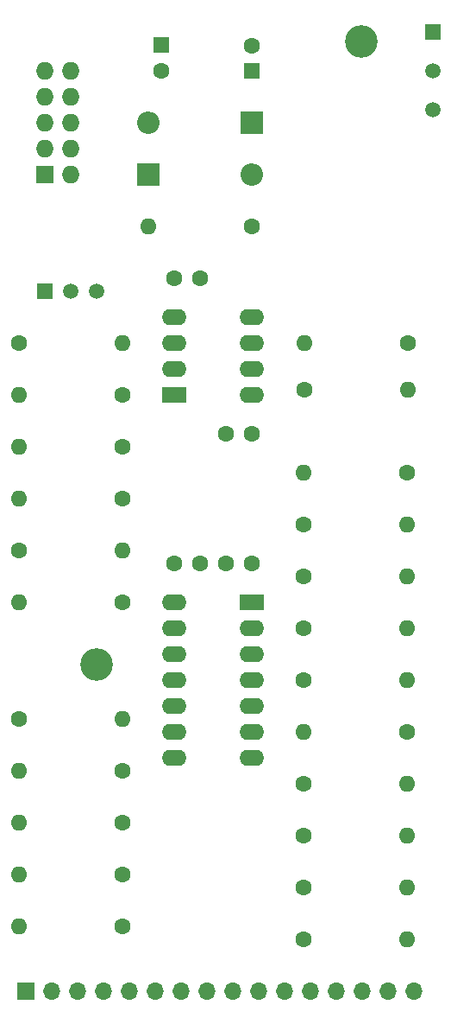
<source format=gbs>
G04 #@! TF.GenerationSoftware,KiCad,Pcbnew,6.0.1-79c1e3a40b~116~ubuntu20.04.1*
G04 #@! TF.CreationDate,2022-01-29T19:42:55-05:00*
G04 #@! TF.ProjectId,attenuverters_back,61747465-6e75-4766-9572-746572735f62,rev?*
G04 #@! TF.SameCoordinates,Original*
G04 #@! TF.FileFunction,Soldermask,Bot*
G04 #@! TF.FilePolarity,Negative*
%FSLAX46Y46*%
G04 Gerber Fmt 4.6, Leading zero omitted, Abs format (unit mm)*
G04 Created by KiCad (PCBNEW 6.0.1-79c1e3a40b~116~ubuntu20.04.1) date 2022-01-29 19:42:55*
%MOMM*%
%LPD*%
G01*
G04 APERTURE LIST*
%ADD10C,3.200000*%
%ADD11R,1.700000X1.700000*%
%ADD12O,1.700000X1.700000*%
%ADD13C,1.600000*%
%ADD14O,1.600000X1.600000*%
%ADD15R,1.600000X1.600000*%
%ADD16C,1.500000*%
%ADD17R,1.727200X1.727200*%
%ADD18O,1.727200X1.727200*%
%ADD19R,2.200000X2.200000*%
%ADD20O,2.200000X2.200000*%
%ADD21R,2.400000X1.600000*%
%ADD22O,2.400000X1.600000*%
%ADD23R,1.500000X1.500000*%
G04 APERTURE END LIST*
D10*
G04 #@! TO.C,H1*
X138499999Y-113999999D03*
G04 #@! TD*
D11*
G04 #@! TO.C,J1*
X131499999Y-145999999D03*
D12*
X134039999Y-145999999D03*
X136579999Y-145999999D03*
X139119999Y-145999999D03*
X141659999Y-145999999D03*
X144199999Y-145999999D03*
X146739999Y-145999999D03*
X149279999Y-145999999D03*
X151819999Y-145999999D03*
X154359999Y-145999999D03*
X156899999Y-145999999D03*
X159439999Y-145999999D03*
X161979999Y-145999999D03*
X164519999Y-145999999D03*
X167059999Y-145999999D03*
X169599999Y-145999999D03*
G04 #@! TD*
D10*
G04 #@! TO.C,H4*
X164499999Y-52999999D03*
G04 #@! TD*
D13*
G04 #@! TO.C,R20*
X140999999Y-97769999D03*
D14*
X130839999Y-97769999D03*
G04 #@! TD*
D13*
G04 #@! TO.C,R4*
X140999999Y-139679999D03*
D14*
X130839999Y-139679999D03*
G04 #@! TD*
D13*
G04 #@! TO.C,R11*
X158779999Y-110469999D03*
D14*
X168939999Y-110469999D03*
G04 #@! TD*
D13*
G04 #@! TO.C,R1*
X158779999Y-135869999D03*
D14*
X168939999Y-135869999D03*
G04 #@! TD*
D13*
G04 #@! TO.C,R10*
X158779999Y-105389999D03*
D14*
X168939999Y-105389999D03*
G04 #@! TD*
D13*
G04 #@! TO.C,R19*
X158779999Y-100309999D03*
D14*
X168939999Y-100309999D03*
G04 #@! TD*
D13*
G04 #@! TO.C,R23*
X168939999Y-95229999D03*
D14*
X158779999Y-95229999D03*
G04 #@! TD*
D15*
G04 #@! TO.C,C1*
X153699999Y-55859999D03*
D13*
X153699999Y-53359999D03*
G04 #@! TD*
G04 #@! TO.C,R24*
X153699999Y-71099999D03*
D14*
X143539999Y-71099999D03*
G04 #@! TD*
D13*
G04 #@! TO.C,R6*
X140999999Y-87609999D03*
D14*
X130839999Y-87609999D03*
G04 #@! TD*
D16*
G04 #@! TO.C,TP2*
X171479999Y-55859999D03*
G04 #@! TD*
D13*
G04 #@! TO.C,R2*
X158779999Y-140949999D03*
D14*
X168939999Y-140949999D03*
G04 #@! TD*
D13*
G04 #@! TO.C,R14*
X140999999Y-124439999D03*
D14*
X130839999Y-124439999D03*
G04 #@! TD*
D17*
G04 #@! TO.C,J7*
X133379999Y-66019999D03*
D18*
X135919999Y-66019999D03*
X133379999Y-63479999D03*
X135919999Y-63479999D03*
X133379999Y-60939999D03*
X135919999Y-60939999D03*
X133379999Y-58399999D03*
X135919999Y-58399999D03*
X133379999Y-55859999D03*
X135919999Y-55859999D03*
G04 #@! TD*
D13*
G04 #@! TO.C,C6*
X148619999Y-76179999D03*
X146119999Y-76179999D03*
G04 #@! TD*
D19*
G04 #@! TO.C,D1*
X153699999Y-60939999D03*
D20*
X143539999Y-60939999D03*
G04 #@! TD*
D13*
G04 #@! TO.C,R9*
X140999999Y-92689999D03*
D14*
X130839999Y-92689999D03*
G04 #@! TD*
D13*
G04 #@! TO.C,R5*
X130839999Y-82529999D03*
D14*
X140999999Y-82529999D03*
G04 #@! TD*
D13*
G04 #@! TO.C,R3*
X140999999Y-134599999D03*
D14*
X130839999Y-134599999D03*
G04 #@! TD*
D21*
G04 #@! TO.C,U2*
X146079999Y-87609999D03*
D22*
X146079999Y-85069999D03*
X146079999Y-82529999D03*
X146079999Y-79989999D03*
X153699999Y-79989999D03*
X153699999Y-82529999D03*
X153699999Y-85069999D03*
X153699999Y-87609999D03*
G04 #@! TD*
D13*
G04 #@! TO.C,R7*
X158779999Y-130789999D03*
D14*
X168939999Y-130789999D03*
G04 #@! TD*
D15*
G04 #@! TO.C,C2*
X144809999Y-53319999D03*
D13*
X144809999Y-55819999D03*
G04 #@! TD*
G04 #@! TO.C,C4*
X148619999Y-104119999D03*
X146119999Y-104119999D03*
G04 #@! TD*
D19*
G04 #@! TO.C,D2*
X143539999Y-66019999D03*
D20*
X153699999Y-66019999D03*
G04 #@! TD*
D13*
G04 #@! TO.C,R17*
X130839999Y-119359999D03*
D14*
X140999999Y-119359999D03*
G04 #@! TD*
D13*
G04 #@! TO.C,R12*
X158779999Y-115549999D03*
D14*
X168939999Y-115549999D03*
G04 #@! TD*
D13*
G04 #@! TO.C,R22*
X140999999Y-107929999D03*
D14*
X130839999Y-107929999D03*
G04 #@! TD*
D23*
G04 #@! TO.C,TP1*
X171479999Y-52049999D03*
G04 #@! TD*
D13*
G04 #@! TO.C,R8*
X140999999Y-129519999D03*
D14*
X130839999Y-129519999D03*
G04 #@! TD*
D13*
G04 #@! TO.C,R15*
X169066999Y-82529999D03*
D14*
X158906999Y-82529999D03*
G04 #@! TD*
D13*
G04 #@! TO.C,C3*
X153699999Y-104119999D03*
X151199999Y-104119999D03*
G04 #@! TD*
G04 #@! TO.C,R13*
X158779999Y-125709999D03*
D14*
X168939999Y-125709999D03*
G04 #@! TD*
D13*
G04 #@! TO.C,R16*
X168939999Y-120629999D03*
D14*
X158779999Y-120629999D03*
G04 #@! TD*
D23*
G04 #@! TO.C,U3*
X133379999Y-77449999D03*
D16*
X135919999Y-77449999D03*
X138459999Y-77449999D03*
G04 #@! TD*
G04 #@! TO.C,TP3*
X171479999Y-59669999D03*
G04 #@! TD*
D21*
G04 #@! TO.C,U1*
X153699999Y-107929999D03*
D22*
X153699999Y-110469999D03*
X153699999Y-113009999D03*
X153699999Y-115549999D03*
X153699999Y-118089999D03*
X153699999Y-120629999D03*
X153699999Y-123169999D03*
X146079999Y-123169999D03*
X146079999Y-120629999D03*
X146079999Y-118089999D03*
X146079999Y-115549999D03*
X146079999Y-113009999D03*
X146079999Y-110469999D03*
X146079999Y-107929999D03*
G04 #@! TD*
D13*
G04 #@! TO.C,R21*
X130839999Y-102849999D03*
D14*
X140999999Y-102849999D03*
G04 #@! TD*
D13*
G04 #@! TO.C,R18*
X158906999Y-87101999D03*
D14*
X169066999Y-87101999D03*
G04 #@! TD*
D13*
G04 #@! TO.C,C5*
X153699999Y-91419999D03*
X151199999Y-91419999D03*
G04 #@! TD*
M02*

</source>
